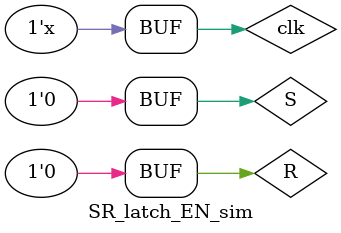
<source format=v>
`timescale 1ns / 1ps


module SR_latch_sim();
    reg S,R;
    wire Q, Qn;
    
    SR_latch uut(S,R,Q,Qn);
    
    initial begin
        S = 1; R = 0; #125;
        S = 0; R = 0; #125;
        S = 1; R = 0; #125;
        S = 0; R = 0; #125;
        S = 0; R = 1; #125;
    end
endmodule

module SR_latch_EN_sim();
    reg S,R,clk;
    wire Q, Qn;
    
    SR_flip_flop uut(S,R,clk,Q,Qn);
    
    initial begin
        S = 0; R = 1; clk = 1; #25;
        S = 0; R = 0; #25;
        S = 1; R = 0; #25;
        S = 1; R = 0; #25;
        S = 0; R = 0; #25;
        S = 0; R = 1; #25;
        S = 0; R = 0; #25;
        S = 0; R = 0; #25;
        S = 1; R = 0; #25;
        S = 0; R = 0; #25;
        
    end
    
    always begin
        clk = ~clk; #5;
    end
endmodule

</source>
